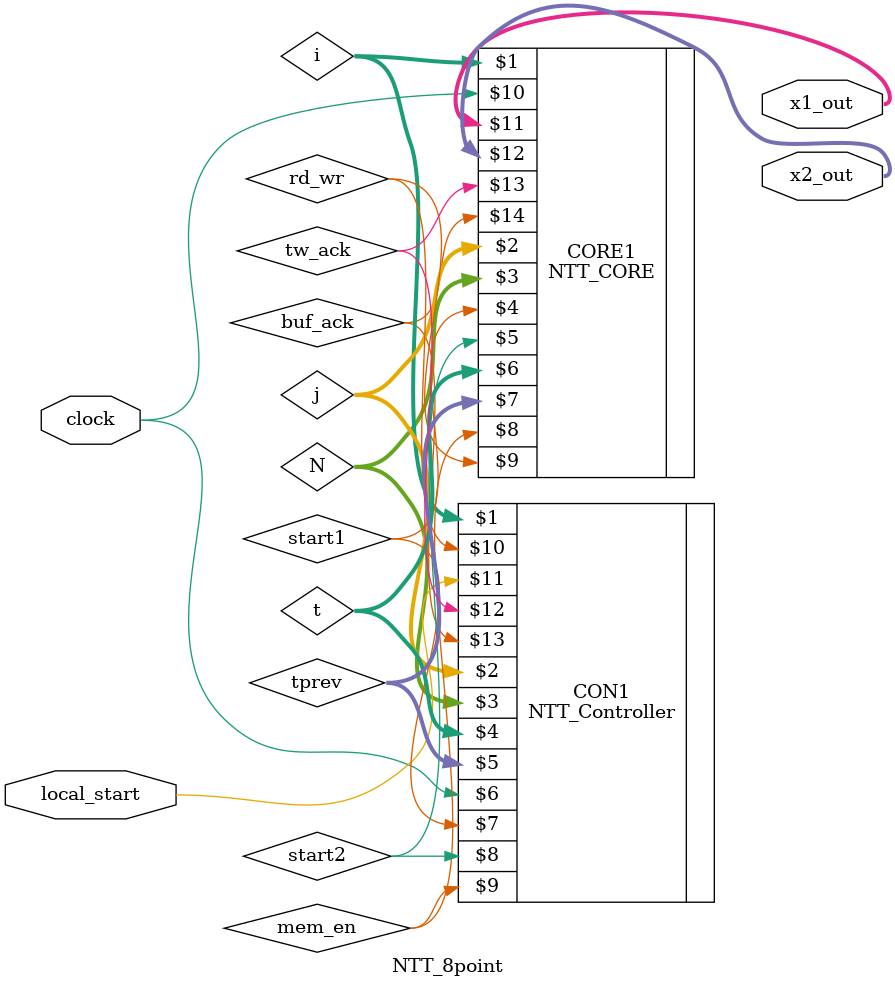
<source format=v>


module NTT_8point(clock,local_start,x1_out,x2_out);

parameter m = 25;
parameter n = 5;
input clock;
input local_start;
output wire [m-1:0] x1_out;
output wire[m-1:0] x2_out;

wire [n-1:0] i,j,N,t,tprev;
wire start1,start2,mem_en,rd_wr;
wire tw_ack,buf_ack;                    //input to the controller block

NTT_CORE CORE1(i,j,N,start1,start2,t,tprev,mem_en,rd_wr,clock,x1_out,x2_out,tw_ack,buf_ack);
NTT_Controller CON1(i,j,N,t,tprev,clock,start1,start2,mem_en,rd_wr,local_start,tw_ack,buf_ack);


endmodule

</source>
